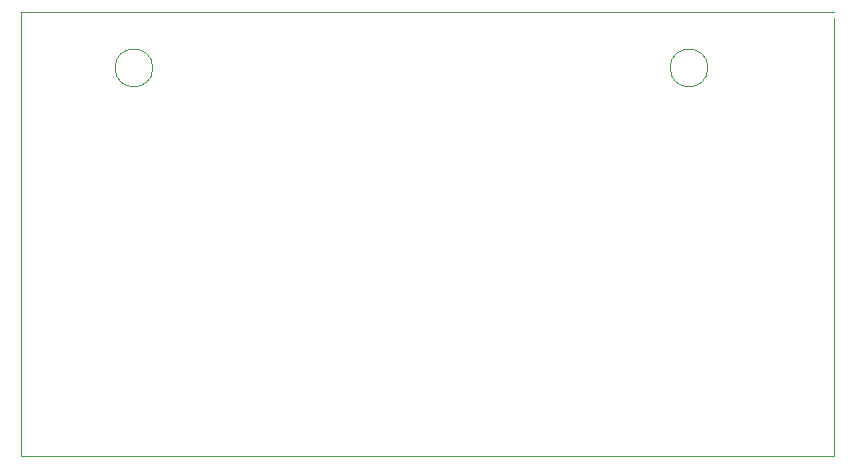
<source format=gbr>
G04 #@! TF.GenerationSoftware,KiCad,Pcbnew,(5.1.5)-3*
G04 #@! TF.CreationDate,2020-03-27T21:35:25+01:00*
G04 #@! TF.ProjectId,LoraWAN,4c6f7261-5741-44e2-9e6b-696361645f70,rev?*
G04 #@! TF.SameCoordinates,Original*
G04 #@! TF.FileFunction,Profile,NP*
%FSLAX46Y46*%
G04 Gerber Fmt 4.6, Leading zero omitted, Abs format (unit mm)*
G04 Created by KiCad (PCBNEW (5.1.5)-3) date 2020-03-27 21:35:25*
%MOMM*%
%LPD*%
G04 APERTURE LIST*
%ADD10C,0.050000*%
G04 APERTURE END LIST*
D10*
X123444000Y-113792000D02*
X124460000Y-113792000D01*
X123444000Y-76200000D02*
X123444000Y-113792000D01*
X124460000Y-76200000D02*
X123444000Y-76200000D01*
X181632000Y-80968000D02*
G75*
G03X181632000Y-80968000I-1600000J0D01*
G01*
X134632000Y-80968000D02*
G75*
G03X134632000Y-80968000I-1600000J0D01*
G01*
X192278000Y-113792000D02*
X124460000Y-113792000D01*
X192291037Y-76708000D02*
X192278000Y-113792000D01*
X124460000Y-76200000D02*
X192291037Y-76200000D01*
M02*

</source>
